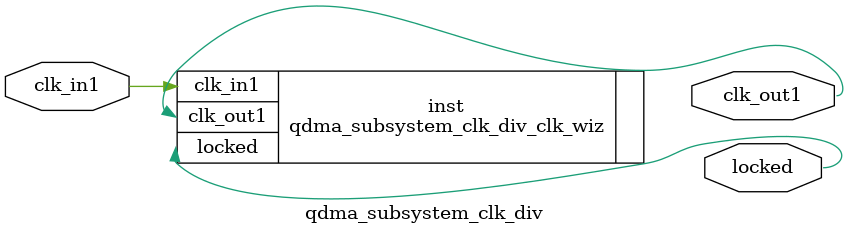
<source format=v>


`timescale 1ps/1ps

(* CORE_GENERATION_INFO = "qdma_subsystem_clk_div,clk_wiz_v6_0_6_0_0,{component_name=qdma_subsystem_clk_div,use_phase_alignment=true,use_min_o_jitter=false,use_max_i_jitter=false,use_dyn_phase_shift=false,use_inclk_switchover=false,use_dyn_reconfig=false,enable_axi=0,feedback_source=FDBK_AUTO,PRIMITIVE=MMCM,num_out_clk=1,clkin1_period=4.000,clkin2_period=10.0,use_power_down=false,use_reset=false,use_locked=true,use_inclk_stopped=false,feedback_type=SINGLE,CLOCK_MGR_TYPE=NA,manual_override=false}" *)

module qdma_subsystem_clk_div 
 (
  // Clock out ports
  output        clk_out1,
  // Status and control signals
  output        locked,
 // Clock in ports
  input         clk_in1
 );

  qdma_subsystem_clk_div_clk_wiz inst
  (
  // Clock out ports  
  .clk_out1(clk_out1),
  // Status and control signals               
  .locked(locked),
 // Clock in ports
  .clk_in1(clk_in1)
  );

endmodule

</source>
